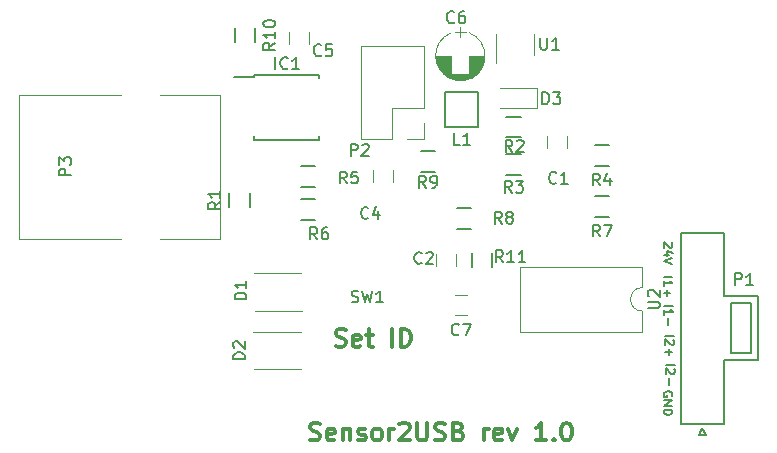
<source format=gbr>
G04 #@! TF.FileFunction,Legend,Top*
%FSLAX46Y46*%
G04 Gerber Fmt 4.6, Leading zero omitted, Abs format (unit mm)*
G04 Created by KiCad (PCBNEW 4.0.4-stable) date 01/28/17 21:45:27*
%MOMM*%
%LPD*%
G01*
G04 APERTURE LIST*
%ADD10C,0.100000*%
%ADD11C,0.300000*%
%ADD12C,0.187500*%
%ADD13C,0.150000*%
%ADD14C,0.120000*%
G04 APERTURE END LIST*
D10*
D11*
X129207693Y-149420663D02*
X129421979Y-149492091D01*
X129779122Y-149492091D01*
X129921979Y-149420663D01*
X129993408Y-149349234D01*
X130064836Y-149206377D01*
X130064836Y-149063520D01*
X129993408Y-148920663D01*
X129921979Y-148849234D01*
X129779122Y-148777806D01*
X129493408Y-148706377D01*
X129350550Y-148634949D01*
X129279122Y-148563520D01*
X129207693Y-148420663D01*
X129207693Y-148277806D01*
X129279122Y-148134949D01*
X129350550Y-148063520D01*
X129493408Y-147992091D01*
X129850550Y-147992091D01*
X130064836Y-148063520D01*
X131279121Y-149420663D02*
X131136264Y-149492091D01*
X130850550Y-149492091D01*
X130707693Y-149420663D01*
X130636264Y-149277806D01*
X130636264Y-148706377D01*
X130707693Y-148563520D01*
X130850550Y-148492091D01*
X131136264Y-148492091D01*
X131279121Y-148563520D01*
X131350550Y-148706377D01*
X131350550Y-148849234D01*
X130636264Y-148992091D01*
X131993407Y-148492091D02*
X131993407Y-149492091D01*
X131993407Y-148634949D02*
X132064835Y-148563520D01*
X132207693Y-148492091D01*
X132421978Y-148492091D01*
X132564835Y-148563520D01*
X132636264Y-148706377D01*
X132636264Y-149492091D01*
X133279121Y-149420663D02*
X133421978Y-149492091D01*
X133707693Y-149492091D01*
X133850550Y-149420663D01*
X133921978Y-149277806D01*
X133921978Y-149206377D01*
X133850550Y-149063520D01*
X133707693Y-148992091D01*
X133493407Y-148992091D01*
X133350550Y-148920663D01*
X133279121Y-148777806D01*
X133279121Y-148706377D01*
X133350550Y-148563520D01*
X133493407Y-148492091D01*
X133707693Y-148492091D01*
X133850550Y-148563520D01*
X134779122Y-149492091D02*
X134636264Y-149420663D01*
X134564836Y-149349234D01*
X134493407Y-149206377D01*
X134493407Y-148777806D01*
X134564836Y-148634949D01*
X134636264Y-148563520D01*
X134779122Y-148492091D01*
X134993407Y-148492091D01*
X135136264Y-148563520D01*
X135207693Y-148634949D01*
X135279122Y-148777806D01*
X135279122Y-149206377D01*
X135207693Y-149349234D01*
X135136264Y-149420663D01*
X134993407Y-149492091D01*
X134779122Y-149492091D01*
X135921979Y-149492091D02*
X135921979Y-148492091D01*
X135921979Y-148777806D02*
X135993407Y-148634949D01*
X136064836Y-148563520D01*
X136207693Y-148492091D01*
X136350550Y-148492091D01*
X136779121Y-148134949D02*
X136850550Y-148063520D01*
X136993407Y-147992091D01*
X137350550Y-147992091D01*
X137493407Y-148063520D01*
X137564836Y-148134949D01*
X137636264Y-148277806D01*
X137636264Y-148420663D01*
X137564836Y-148634949D01*
X136707693Y-149492091D01*
X137636264Y-149492091D01*
X138279121Y-147992091D02*
X138279121Y-149206377D01*
X138350549Y-149349234D01*
X138421978Y-149420663D01*
X138564835Y-149492091D01*
X138850549Y-149492091D01*
X138993407Y-149420663D01*
X139064835Y-149349234D01*
X139136264Y-149206377D01*
X139136264Y-147992091D01*
X139779121Y-149420663D02*
X139993407Y-149492091D01*
X140350550Y-149492091D01*
X140493407Y-149420663D01*
X140564836Y-149349234D01*
X140636264Y-149206377D01*
X140636264Y-149063520D01*
X140564836Y-148920663D01*
X140493407Y-148849234D01*
X140350550Y-148777806D01*
X140064836Y-148706377D01*
X139921978Y-148634949D01*
X139850550Y-148563520D01*
X139779121Y-148420663D01*
X139779121Y-148277806D01*
X139850550Y-148134949D01*
X139921978Y-148063520D01*
X140064836Y-147992091D01*
X140421978Y-147992091D01*
X140636264Y-148063520D01*
X141779121Y-148706377D02*
X141993407Y-148777806D01*
X142064835Y-148849234D01*
X142136264Y-148992091D01*
X142136264Y-149206377D01*
X142064835Y-149349234D01*
X141993407Y-149420663D01*
X141850549Y-149492091D01*
X141279121Y-149492091D01*
X141279121Y-147992091D01*
X141779121Y-147992091D01*
X141921978Y-148063520D01*
X141993407Y-148134949D01*
X142064835Y-148277806D01*
X142064835Y-148420663D01*
X141993407Y-148563520D01*
X141921978Y-148634949D01*
X141779121Y-148706377D01*
X141279121Y-148706377D01*
X143921978Y-149492091D02*
X143921978Y-148492091D01*
X143921978Y-148777806D02*
X143993406Y-148634949D01*
X144064835Y-148563520D01*
X144207692Y-148492091D01*
X144350549Y-148492091D01*
X145421977Y-149420663D02*
X145279120Y-149492091D01*
X144993406Y-149492091D01*
X144850549Y-149420663D01*
X144779120Y-149277806D01*
X144779120Y-148706377D01*
X144850549Y-148563520D01*
X144993406Y-148492091D01*
X145279120Y-148492091D01*
X145421977Y-148563520D01*
X145493406Y-148706377D01*
X145493406Y-148849234D01*
X144779120Y-148992091D01*
X145993406Y-148492091D02*
X146350549Y-149492091D01*
X146707691Y-148492091D01*
X149207691Y-149492091D02*
X148350548Y-149492091D01*
X148779120Y-149492091D02*
X148779120Y-147992091D01*
X148636263Y-148206377D01*
X148493405Y-148349234D01*
X148350548Y-148420663D01*
X149850548Y-149349234D02*
X149921976Y-149420663D01*
X149850548Y-149492091D01*
X149779119Y-149420663D01*
X149850548Y-149349234D01*
X149850548Y-149492091D01*
X150850548Y-147992091D02*
X150993405Y-147992091D01*
X151136262Y-148063520D01*
X151207691Y-148134949D01*
X151279120Y-148277806D01*
X151350548Y-148563520D01*
X151350548Y-148920663D01*
X151279120Y-149206377D01*
X151207691Y-149349234D01*
X151136262Y-149420663D01*
X150993405Y-149492091D01*
X150850548Y-149492091D01*
X150707691Y-149420663D01*
X150636262Y-149349234D01*
X150564834Y-149206377D01*
X150493405Y-148920663D01*
X150493405Y-148563520D01*
X150564834Y-148277806D01*
X150636262Y-148134949D01*
X150707691Y-148063520D01*
X150850548Y-147992091D01*
D12*
X159294634Y-140651491D02*
X160044634Y-140651491D01*
X159973206Y-140972920D02*
X160008920Y-141008634D01*
X160044634Y-141080063D01*
X160044634Y-141258634D01*
X160008920Y-141330063D01*
X159973206Y-141365777D01*
X159901777Y-141401492D01*
X159830349Y-141401492D01*
X159723206Y-141365777D01*
X159294634Y-140937206D01*
X159294634Y-141401492D01*
X159580349Y-141722920D02*
X159580349Y-142294349D01*
X159294634Y-142008635D02*
X159866063Y-142008635D01*
D11*
X131385549Y-141470463D02*
X131599835Y-141541891D01*
X131956978Y-141541891D01*
X132099835Y-141470463D01*
X132171264Y-141399034D01*
X132242692Y-141256177D01*
X132242692Y-141113320D01*
X132171264Y-140970463D01*
X132099835Y-140899034D01*
X131956978Y-140827606D01*
X131671264Y-140756177D01*
X131528406Y-140684749D01*
X131456978Y-140613320D01*
X131385549Y-140470463D01*
X131385549Y-140327606D01*
X131456978Y-140184749D01*
X131528406Y-140113320D01*
X131671264Y-140041891D01*
X132028406Y-140041891D01*
X132242692Y-140113320D01*
X133456977Y-141470463D02*
X133314120Y-141541891D01*
X133028406Y-141541891D01*
X132885549Y-141470463D01*
X132814120Y-141327606D01*
X132814120Y-140756177D01*
X132885549Y-140613320D01*
X133028406Y-140541891D01*
X133314120Y-140541891D01*
X133456977Y-140613320D01*
X133528406Y-140756177D01*
X133528406Y-140899034D01*
X132814120Y-141041891D01*
X133956977Y-140541891D02*
X134528406Y-140541891D01*
X134171263Y-140041891D02*
X134171263Y-141327606D01*
X134242691Y-141470463D01*
X134385549Y-141541891D01*
X134528406Y-141541891D01*
X136171263Y-141541891D02*
X136171263Y-140041891D01*
X136885549Y-141541891D02*
X136885549Y-140041891D01*
X137242692Y-140041891D01*
X137456977Y-140113320D01*
X137599835Y-140256177D01*
X137671263Y-140399034D01*
X137742692Y-140684749D01*
X137742692Y-140899034D01*
X137671263Y-141184749D01*
X137599835Y-141327606D01*
X137456977Y-141470463D01*
X137242692Y-141541891D01*
X136885549Y-141541891D01*
D12*
X159856520Y-145752892D02*
X159892234Y-145681463D01*
X159892234Y-145574320D01*
X159856520Y-145467177D01*
X159785091Y-145395749D01*
X159713663Y-145360034D01*
X159570806Y-145324320D01*
X159463663Y-145324320D01*
X159320806Y-145360034D01*
X159249377Y-145395749D01*
X159177949Y-145467177D01*
X159142234Y-145574320D01*
X159142234Y-145645749D01*
X159177949Y-145752892D01*
X159213663Y-145788606D01*
X159463663Y-145788606D01*
X159463663Y-145645749D01*
X159142234Y-146110034D02*
X159892234Y-146110034D01*
X159142234Y-146538606D01*
X159892234Y-146538606D01*
X159142234Y-146895748D02*
X159892234Y-146895748D01*
X159892234Y-147074320D01*
X159856520Y-147181463D01*
X159785091Y-147252891D01*
X159713663Y-147288606D01*
X159570806Y-147324320D01*
X159463663Y-147324320D01*
X159320806Y-147288606D01*
X159249377Y-147252891D01*
X159177949Y-147181463D01*
X159142234Y-147074320D01*
X159142234Y-146895748D01*
X159820806Y-132731463D02*
X159856520Y-132767177D01*
X159892234Y-132838606D01*
X159892234Y-133017177D01*
X159856520Y-133088606D01*
X159820806Y-133124320D01*
X159749377Y-133160035D01*
X159677949Y-133160035D01*
X159570806Y-133124320D01*
X159142234Y-132695749D01*
X159142234Y-133160035D01*
X159642234Y-133802892D02*
X159142234Y-133802892D01*
X159927949Y-133624321D02*
X159392234Y-133445749D01*
X159392234Y-133910035D01*
X159892234Y-134088607D02*
X159142234Y-134338607D01*
X159892234Y-134588607D01*
X159193034Y-138086091D02*
X159943034Y-138086091D01*
X159193034Y-138836092D02*
X159193034Y-138407520D01*
X159193034Y-138621806D02*
X159943034Y-138621806D01*
X159835891Y-138550377D01*
X159764463Y-138478949D01*
X159728749Y-138407520D01*
X159478749Y-139157520D02*
X159478749Y-139728949D01*
X159142234Y-135647691D02*
X159892234Y-135647691D01*
X159142234Y-136397692D02*
X159142234Y-135969120D01*
X159142234Y-136183406D02*
X159892234Y-136183406D01*
X159785091Y-136111977D01*
X159713663Y-136040549D01*
X159677949Y-135969120D01*
X159427949Y-136719120D02*
X159427949Y-137290549D01*
X159142234Y-137004835D02*
X159713663Y-137004835D01*
X159320034Y-143115291D02*
X160070034Y-143115291D01*
X159998606Y-143436720D02*
X160034320Y-143472434D01*
X160070034Y-143543863D01*
X160070034Y-143722434D01*
X160034320Y-143793863D01*
X159998606Y-143829577D01*
X159927177Y-143865292D01*
X159855749Y-143865292D01*
X159748606Y-143829577D01*
X159320034Y-143401006D01*
X159320034Y-143865292D01*
X159605749Y-144186720D02*
X159605749Y-144758149D01*
D13*
X160587920Y-139998120D02*
X160587920Y-148068120D01*
X160587920Y-148068120D02*
X164267920Y-148068120D01*
X164267920Y-148068120D02*
X164267920Y-142698120D01*
X164267920Y-142698120D02*
X167127920Y-142698120D01*
X167127920Y-142698120D02*
X167127920Y-139998120D01*
X160587920Y-139998120D02*
X160587920Y-131928120D01*
X160587920Y-131928120D02*
X164267920Y-131928120D01*
X164267920Y-131928120D02*
X164267920Y-137298120D01*
X164267920Y-137298120D02*
X167127920Y-137298120D01*
X167127920Y-137298120D02*
X167127920Y-139998120D01*
X164867920Y-142098120D02*
X166527920Y-142098120D01*
X166527920Y-142098120D02*
X166527920Y-137898120D01*
X166527920Y-137898120D02*
X164867920Y-137898120D01*
X164867920Y-137898120D02*
X164867920Y-142098120D01*
X162427920Y-148468120D02*
X162727920Y-149068120D01*
X162727920Y-149068120D02*
X162127920Y-149068120D01*
X162127920Y-149068120D02*
X162427920Y-148468120D01*
D14*
X157346000Y-138541000D02*
G75*
G02X157346000Y-136541000I0J1000000D01*
G01*
X157346000Y-136541000D02*
X157346000Y-134771000D01*
X157346000Y-134771000D02*
X146946000Y-134771000D01*
X146946000Y-134771000D02*
X146946000Y-140311000D01*
X146946000Y-140311000D02*
X157346000Y-140311000D01*
X157346000Y-140311000D02*
X157346000Y-138541000D01*
X128470320Y-135300920D02*
X124470320Y-135300920D01*
X128520320Y-138500920D02*
X124520320Y-138500920D01*
X128419520Y-140279320D02*
X124419520Y-140279320D01*
X128469520Y-143479320D02*
X124469520Y-143479320D01*
X148168000Y-116851000D02*
X148168000Y-115051000D01*
X144948000Y-115051000D02*
X144948000Y-117501000D01*
D13*
X153324000Y-124474000D02*
X154524000Y-124474000D01*
X154524000Y-126224000D02*
X153324000Y-126224000D01*
X153324000Y-128792000D02*
X154524000Y-128792000D01*
X154524000Y-130542000D02*
X153324000Y-130542000D01*
X141640000Y-129808000D02*
X142840000Y-129808000D01*
X142840000Y-131558000D02*
X141640000Y-131558000D01*
X138592000Y-124982000D02*
X139792000Y-124982000D01*
X139792000Y-126732000D02*
X138592000Y-126732000D01*
D14*
X150964000Y-124746640D02*
X150964000Y-123746640D01*
X149264000Y-123746640D02*
X149264000Y-124746640D01*
X141566000Y-134739000D02*
X141566000Y-133739000D01*
X139866000Y-133739000D02*
X139866000Y-134739000D01*
X136232000Y-127627000D02*
X136232000Y-126627000D01*
X134532000Y-126627000D02*
X134532000Y-127627000D01*
X129120000Y-115943000D02*
X129120000Y-114943000D01*
X127420000Y-114943000D02*
X127420000Y-115943000D01*
D13*
X124136120Y-128553920D02*
X124136120Y-129753920D01*
X122386120Y-129753920D02*
X122386120Y-128553920D01*
X147031000Y-123841480D02*
X145831000Y-123841480D01*
X145831000Y-122091480D02*
X147031000Y-122091480D01*
X145831000Y-125276640D02*
X147031000Y-125276640D01*
X147031000Y-127026640D02*
X145831000Y-127026640D01*
X128432000Y-126252000D02*
X129632000Y-126252000D01*
X129632000Y-128002000D02*
X128432000Y-128002000D01*
X128432000Y-129046000D02*
X129632000Y-129046000D01*
X129632000Y-130796000D02*
X128432000Y-130796000D01*
D14*
X142709209Y-118863881D02*
G75*
G03X142710120Y-114985525I-779089J1939361D01*
G01*
X141151031Y-118863881D02*
G75*
G02X141150120Y-114985525I779089J1939361D01*
G01*
X141151031Y-118863881D02*
G75*
G03X142710120Y-118863515I779089J1939361D01*
G01*
X141150120Y-116924520D02*
X139880120Y-116924520D01*
X143980120Y-116924520D02*
X142710120Y-116924520D01*
X143980120Y-116964520D02*
X142710120Y-116964520D01*
X141150120Y-116964520D02*
X139880120Y-116964520D01*
X143979120Y-117004520D02*
X142710120Y-117004520D01*
X141150120Y-117004520D02*
X139881120Y-117004520D01*
X143977120Y-117044520D02*
X142710120Y-117044520D01*
X141150120Y-117044520D02*
X139883120Y-117044520D01*
X143974120Y-117084520D02*
X142710120Y-117084520D01*
X141150120Y-117084520D02*
X139886120Y-117084520D01*
X143971120Y-117124520D02*
X142710120Y-117124520D01*
X141150120Y-117124520D02*
X139889120Y-117124520D01*
X143967120Y-117164520D02*
X142710120Y-117164520D01*
X141150120Y-117164520D02*
X139893120Y-117164520D01*
X143962120Y-117204520D02*
X142710120Y-117204520D01*
X141150120Y-117204520D02*
X139898120Y-117204520D01*
X143956120Y-117244520D02*
X142710120Y-117244520D01*
X141150120Y-117244520D02*
X139904120Y-117244520D01*
X143949120Y-117284520D02*
X142710120Y-117284520D01*
X141150120Y-117284520D02*
X139911120Y-117284520D01*
X143942120Y-117324520D02*
X142710120Y-117324520D01*
X141150120Y-117324520D02*
X139918120Y-117324520D01*
X143934120Y-117364520D02*
X142710120Y-117364520D01*
X141150120Y-117364520D02*
X139926120Y-117364520D01*
X143925120Y-117404520D02*
X142710120Y-117404520D01*
X141150120Y-117404520D02*
X139935120Y-117404520D01*
X143915120Y-117444520D02*
X142710120Y-117444520D01*
X141150120Y-117444520D02*
X139945120Y-117444520D01*
X143904120Y-117484520D02*
X142710120Y-117484520D01*
X141150120Y-117484520D02*
X139956120Y-117484520D01*
X143893120Y-117524520D02*
X142710120Y-117524520D01*
X141150120Y-117524520D02*
X139967120Y-117524520D01*
X143880120Y-117564520D02*
X142710120Y-117564520D01*
X141150120Y-117564520D02*
X139980120Y-117564520D01*
X143867120Y-117604520D02*
X142710120Y-117604520D01*
X141150120Y-117604520D02*
X139993120Y-117604520D01*
X143853120Y-117645520D02*
X142710120Y-117645520D01*
X141150120Y-117645520D02*
X140007120Y-117645520D01*
X143837120Y-117685520D02*
X142710120Y-117685520D01*
X141150120Y-117685520D02*
X140023120Y-117685520D01*
X143821120Y-117725520D02*
X142710120Y-117725520D01*
X141150120Y-117725520D02*
X140039120Y-117725520D01*
X143804120Y-117765520D02*
X142710120Y-117765520D01*
X141150120Y-117765520D02*
X140056120Y-117765520D01*
X143786120Y-117805520D02*
X142710120Y-117805520D01*
X141150120Y-117805520D02*
X140074120Y-117805520D01*
X143767120Y-117845520D02*
X142710120Y-117845520D01*
X141150120Y-117845520D02*
X140093120Y-117845520D01*
X143747120Y-117885520D02*
X142710120Y-117885520D01*
X141150120Y-117885520D02*
X140113120Y-117885520D01*
X143726120Y-117925520D02*
X142710120Y-117925520D01*
X141150120Y-117925520D02*
X140134120Y-117925520D01*
X143703120Y-117965520D02*
X142710120Y-117965520D01*
X141150120Y-117965520D02*
X140157120Y-117965520D01*
X143680120Y-118005520D02*
X142710120Y-118005520D01*
X141150120Y-118005520D02*
X140180120Y-118005520D01*
X143655120Y-118045520D02*
X142710120Y-118045520D01*
X141150120Y-118045520D02*
X140205120Y-118045520D01*
X143629120Y-118085520D02*
X142710120Y-118085520D01*
X141150120Y-118085520D02*
X140231120Y-118085520D01*
X143602120Y-118125520D02*
X142710120Y-118125520D01*
X141150120Y-118125520D02*
X140258120Y-118125520D01*
X143573120Y-118165520D02*
X142710120Y-118165520D01*
X141150120Y-118165520D02*
X140287120Y-118165520D01*
X143543120Y-118205520D02*
X142710120Y-118205520D01*
X141150120Y-118205520D02*
X140317120Y-118205520D01*
X143511120Y-118245520D02*
X142710120Y-118245520D01*
X141150120Y-118245520D02*
X140349120Y-118245520D01*
X143477120Y-118285520D02*
X142710120Y-118285520D01*
X141150120Y-118285520D02*
X140383120Y-118285520D01*
X143442120Y-118325520D02*
X142710120Y-118325520D01*
X141150120Y-118325520D02*
X140418120Y-118325520D01*
X143405120Y-118365520D02*
X142710120Y-118365520D01*
X141150120Y-118365520D02*
X140455120Y-118365520D01*
X143366120Y-118405520D02*
X142710120Y-118405520D01*
X141150120Y-118405520D02*
X140494120Y-118405520D01*
X143325120Y-118445520D02*
X142710120Y-118445520D01*
X141150120Y-118445520D02*
X140535120Y-118445520D01*
X143281120Y-118485520D02*
X140579120Y-118485520D01*
X143235120Y-118525520D02*
X140625120Y-118525520D01*
X143186120Y-118565520D02*
X140674120Y-118565520D01*
X143134120Y-118605520D02*
X140726120Y-118605520D01*
X143078120Y-118645520D02*
X140782120Y-118645520D01*
X143018120Y-118685520D02*
X140842120Y-118685520D01*
X142953120Y-118725520D02*
X140907120Y-118725520D01*
X142882120Y-118765520D02*
X140978120Y-118765520D01*
X142804120Y-118805520D02*
X141056120Y-118805520D01*
X142716120Y-118845520D02*
X141144120Y-118845520D01*
X142616120Y-118885520D02*
X141244120Y-118885520D01*
X142497120Y-118925520D02*
X141363120Y-118925520D01*
X142345120Y-118965520D02*
X141515120Y-118965520D01*
X142095120Y-119005520D02*
X141765120Y-119005520D01*
X141930120Y-114474520D02*
X141930120Y-115374520D01*
X142380120Y-114924520D02*
X141480120Y-114924520D01*
X148458000Y-121373000D02*
X148458000Y-119673000D01*
X148458000Y-119673000D02*
X145308000Y-119673000D01*
X148458000Y-121373000D02*
X145308000Y-121373000D01*
D13*
X122823000Y-115789000D02*
X122823000Y-114589000D01*
X124573000Y-114589000D02*
X124573000Y-115789000D01*
X124504000Y-118530000D02*
X124504000Y-118735000D01*
X130004000Y-118530000D02*
X130004000Y-118830000D01*
X130004000Y-124040000D02*
X130004000Y-123740000D01*
X124504000Y-124040000D02*
X124504000Y-123740000D01*
X124504000Y-118530000D02*
X130004000Y-118530000D01*
X124504000Y-124040000D02*
X130004000Y-124040000D01*
X124504000Y-118735000D02*
X122754000Y-118735000D01*
D14*
X141486000Y-138899000D02*
X142486000Y-138899000D01*
X142486000Y-137199000D02*
X141486000Y-137199000D01*
D13*
X142889000Y-134839000D02*
X142889000Y-133639000D01*
X144639000Y-133639000D02*
X144639000Y-134839000D01*
D14*
X113228120Y-120209120D02*
X104588120Y-120209120D01*
X121608120Y-120209120D02*
X116528120Y-120209120D01*
X113228120Y-132409120D02*
X104588120Y-132409120D01*
X121608120Y-132409120D02*
X116528120Y-132409120D01*
X104588120Y-132409120D02*
X104588120Y-120209120D01*
X121608120Y-120209120D02*
X121608120Y-132409120D01*
X138849720Y-121330720D02*
X138849720Y-116130720D01*
X138849720Y-116130720D02*
X133529720Y-116130720D01*
X133529720Y-116130720D02*
X133529720Y-123990720D01*
X133529720Y-123990720D02*
X136189720Y-123990720D01*
X136189720Y-123990720D02*
X136189720Y-121330720D01*
X136189720Y-121330720D02*
X138849720Y-121330720D01*
X138849720Y-122600720D02*
X138849720Y-123990720D01*
X138849720Y-123990720D02*
X137459720Y-123990720D01*
D13*
X143454120Y-122918220D02*
X143454120Y-119997220D01*
X143454120Y-119997220D02*
X140660120Y-119997220D01*
X140660120Y-119997220D02*
X140660120Y-122918220D01*
X140660120Y-122918220D02*
X143454120Y-122918220D01*
X165195025Y-136337301D02*
X165195025Y-135337301D01*
X165575978Y-135337301D01*
X165671216Y-135384920D01*
X165718835Y-135432539D01*
X165766454Y-135527777D01*
X165766454Y-135670634D01*
X165718835Y-135765872D01*
X165671216Y-135813491D01*
X165575978Y-135861110D01*
X165195025Y-135861110D01*
X166718835Y-136337301D02*
X166147406Y-136337301D01*
X166433120Y-136337301D02*
X166433120Y-135337301D01*
X166337882Y-135480158D01*
X166242644Y-135575396D01*
X166147406Y-135623015D01*
X157798381Y-138302905D02*
X158607905Y-138302905D01*
X158703143Y-138255286D01*
X158750762Y-138207667D01*
X158798381Y-138112429D01*
X158798381Y-137921952D01*
X158750762Y-137826714D01*
X158703143Y-137779095D01*
X158607905Y-137731476D01*
X157798381Y-137731476D01*
X157893619Y-137302905D02*
X157846000Y-137255286D01*
X157798381Y-137160048D01*
X157798381Y-136921952D01*
X157846000Y-136826714D01*
X157893619Y-136779095D01*
X157988857Y-136731476D01*
X158084095Y-136731476D01*
X158226952Y-136779095D01*
X158798381Y-137350524D01*
X158798381Y-136731476D01*
X123830341Y-137552655D02*
X122830341Y-137552655D01*
X122830341Y-137314560D01*
X122877960Y-137171702D01*
X122973198Y-137076464D01*
X123068436Y-137028845D01*
X123258912Y-136981226D01*
X123401770Y-136981226D01*
X123592246Y-137028845D01*
X123687484Y-137076464D01*
X123782722Y-137171702D01*
X123830341Y-137314560D01*
X123830341Y-137552655D01*
X123830341Y-136028845D02*
X123830341Y-136600274D01*
X123830341Y-136314560D02*
X122830341Y-136314560D01*
X122973198Y-136409798D01*
X123068436Y-136505036D01*
X123116055Y-136600274D01*
X123718581Y-142617415D02*
X122718581Y-142617415D01*
X122718581Y-142379320D01*
X122766200Y-142236462D01*
X122861438Y-142141224D01*
X122956676Y-142093605D01*
X123147152Y-142045986D01*
X123290010Y-142045986D01*
X123480486Y-142093605D01*
X123575724Y-142141224D01*
X123670962Y-142236462D01*
X123718581Y-142379320D01*
X123718581Y-142617415D01*
X122813819Y-141665034D02*
X122766200Y-141617415D01*
X122718581Y-141522177D01*
X122718581Y-141284081D01*
X122766200Y-141188843D01*
X122813819Y-141141224D01*
X122909057Y-141093605D01*
X123004295Y-141093605D01*
X123147152Y-141141224D01*
X123718581Y-141712653D01*
X123718581Y-141093605D01*
X148712015Y-115398301D02*
X148712015Y-116207825D01*
X148759634Y-116303063D01*
X148807253Y-116350682D01*
X148902491Y-116398301D01*
X149092968Y-116398301D01*
X149188206Y-116350682D01*
X149235825Y-116303063D01*
X149283444Y-116207825D01*
X149283444Y-115398301D01*
X150283444Y-116398301D02*
X149712015Y-116398301D01*
X149997729Y-116398301D02*
X149997729Y-115398301D01*
X149902491Y-115541158D01*
X149807253Y-115636396D01*
X149712015Y-115684015D01*
X153757334Y-127901381D02*
X153424000Y-127425190D01*
X153185905Y-127901381D02*
X153185905Y-126901381D01*
X153566858Y-126901381D01*
X153662096Y-126949000D01*
X153709715Y-126996619D01*
X153757334Y-127091857D01*
X153757334Y-127234714D01*
X153709715Y-127329952D01*
X153662096Y-127377571D01*
X153566858Y-127425190D01*
X153185905Y-127425190D01*
X154614477Y-127234714D02*
X154614477Y-127901381D01*
X154376381Y-126853762D02*
X154138286Y-127568048D01*
X154757334Y-127568048D01*
X153757334Y-132219381D02*
X153424000Y-131743190D01*
X153185905Y-132219381D02*
X153185905Y-131219381D01*
X153566858Y-131219381D01*
X153662096Y-131267000D01*
X153709715Y-131314619D01*
X153757334Y-131409857D01*
X153757334Y-131552714D01*
X153709715Y-131647952D01*
X153662096Y-131695571D01*
X153566858Y-131743190D01*
X153185905Y-131743190D01*
X154090667Y-131219381D02*
X154757334Y-131219381D01*
X154328762Y-132219381D01*
X145446454Y-131130301D02*
X145113120Y-130654110D01*
X144875025Y-131130301D02*
X144875025Y-130130301D01*
X145255978Y-130130301D01*
X145351216Y-130177920D01*
X145398835Y-130225539D01*
X145446454Y-130320777D01*
X145446454Y-130463634D01*
X145398835Y-130558872D01*
X145351216Y-130606491D01*
X145255978Y-130654110D01*
X144875025Y-130654110D01*
X146017882Y-130558872D02*
X145922644Y-130511253D01*
X145875025Y-130463634D01*
X145827406Y-130368396D01*
X145827406Y-130320777D01*
X145875025Y-130225539D01*
X145922644Y-130177920D01*
X146017882Y-130130301D01*
X146208359Y-130130301D01*
X146303597Y-130177920D01*
X146351216Y-130225539D01*
X146398835Y-130320777D01*
X146398835Y-130368396D01*
X146351216Y-130463634D01*
X146303597Y-130511253D01*
X146208359Y-130558872D01*
X146017882Y-130558872D01*
X145922644Y-130606491D01*
X145875025Y-130654110D01*
X145827406Y-130749349D01*
X145827406Y-130939825D01*
X145875025Y-131035063D01*
X145922644Y-131082682D01*
X146017882Y-131130301D01*
X146208359Y-131130301D01*
X146303597Y-131082682D01*
X146351216Y-131035063D01*
X146398835Y-130939825D01*
X146398835Y-130749349D01*
X146351216Y-130654110D01*
X146303597Y-130606491D01*
X146208359Y-130558872D01*
X139020254Y-128082301D02*
X138686920Y-127606110D01*
X138448825Y-128082301D02*
X138448825Y-127082301D01*
X138829778Y-127082301D01*
X138925016Y-127129920D01*
X138972635Y-127177539D01*
X139020254Y-127272777D01*
X139020254Y-127415634D01*
X138972635Y-127510872D01*
X138925016Y-127558491D01*
X138829778Y-127606110D01*
X138448825Y-127606110D01*
X139496444Y-128082301D02*
X139686920Y-128082301D01*
X139782159Y-128034682D01*
X139829778Y-127987063D01*
X139925016Y-127844206D01*
X139972635Y-127653730D01*
X139972635Y-127272777D01*
X139925016Y-127177539D01*
X139877397Y-127129920D01*
X139782159Y-127082301D01*
X139591682Y-127082301D01*
X139496444Y-127129920D01*
X139448825Y-127177539D01*
X139401206Y-127272777D01*
X139401206Y-127510872D01*
X139448825Y-127606110D01*
X139496444Y-127653730D01*
X139591682Y-127701349D01*
X139782159Y-127701349D01*
X139877397Y-127653730D01*
X139925016Y-127606110D01*
X139972635Y-127510872D01*
X150069254Y-127656863D02*
X150021635Y-127704482D01*
X149878778Y-127752101D01*
X149783540Y-127752101D01*
X149640682Y-127704482D01*
X149545444Y-127609244D01*
X149497825Y-127514006D01*
X149450206Y-127323530D01*
X149450206Y-127180672D01*
X149497825Y-126990196D01*
X149545444Y-126894958D01*
X149640682Y-126799720D01*
X149783540Y-126752101D01*
X149878778Y-126752101D01*
X150021635Y-126799720D01*
X150069254Y-126847339D01*
X151021635Y-127752101D02*
X150450206Y-127752101D01*
X150735920Y-127752101D02*
X150735920Y-126752101D01*
X150640682Y-126894958D01*
X150545444Y-126990196D01*
X150450206Y-127037815D01*
X138664654Y-134438663D02*
X138617035Y-134486282D01*
X138474178Y-134533901D01*
X138378940Y-134533901D01*
X138236082Y-134486282D01*
X138140844Y-134391044D01*
X138093225Y-134295806D01*
X138045606Y-134105330D01*
X138045606Y-133962472D01*
X138093225Y-133771996D01*
X138140844Y-133676758D01*
X138236082Y-133581520D01*
X138378940Y-133533901D01*
X138474178Y-133533901D01*
X138617035Y-133581520D01*
X138664654Y-133629139D01*
X139045606Y-133629139D02*
X139093225Y-133581520D01*
X139188463Y-133533901D01*
X139426559Y-133533901D01*
X139521797Y-133581520D01*
X139569416Y-133629139D01*
X139617035Y-133724377D01*
X139617035Y-133819615D01*
X139569416Y-133962472D01*
X138997987Y-134533901D01*
X139617035Y-134533901D01*
X134143454Y-130628663D02*
X134095835Y-130676282D01*
X133952978Y-130723901D01*
X133857740Y-130723901D01*
X133714882Y-130676282D01*
X133619644Y-130581044D01*
X133572025Y-130485806D01*
X133524406Y-130295330D01*
X133524406Y-130152472D01*
X133572025Y-129961996D01*
X133619644Y-129866758D01*
X133714882Y-129771520D01*
X133857740Y-129723901D01*
X133952978Y-129723901D01*
X134095835Y-129771520D01*
X134143454Y-129819139D01*
X135000597Y-130057234D02*
X135000597Y-130723901D01*
X134762501Y-129676282D02*
X134524406Y-130390568D01*
X135143454Y-130390568D01*
X130155654Y-116861863D02*
X130108035Y-116909482D01*
X129965178Y-116957101D01*
X129869940Y-116957101D01*
X129727082Y-116909482D01*
X129631844Y-116814244D01*
X129584225Y-116719006D01*
X129536606Y-116528530D01*
X129536606Y-116385672D01*
X129584225Y-116195196D01*
X129631844Y-116099958D01*
X129727082Y-116004720D01*
X129869940Y-115957101D01*
X129965178Y-115957101D01*
X130108035Y-116004720D01*
X130155654Y-116052339D01*
X131060416Y-115957101D02*
X130584225Y-115957101D01*
X130536606Y-116433291D01*
X130584225Y-116385672D01*
X130679463Y-116338053D01*
X130917559Y-116338053D01*
X131012797Y-116385672D01*
X131060416Y-116433291D01*
X131108035Y-116528530D01*
X131108035Y-116766625D01*
X131060416Y-116861863D01*
X131012797Y-116909482D01*
X130917559Y-116957101D01*
X130679463Y-116957101D01*
X130584225Y-116909482D01*
X130536606Y-116861863D01*
X121613501Y-129320586D02*
X121137310Y-129653920D01*
X121613501Y-129892015D02*
X120613501Y-129892015D01*
X120613501Y-129511062D01*
X120661120Y-129415824D01*
X120708739Y-129368205D01*
X120803977Y-129320586D01*
X120946834Y-129320586D01*
X121042072Y-129368205D01*
X121089691Y-129415824D01*
X121137310Y-129511062D01*
X121137310Y-129892015D01*
X121613501Y-128368205D02*
X121613501Y-128939634D01*
X121613501Y-128653920D02*
X120613501Y-128653920D01*
X120756358Y-128749158D01*
X120851596Y-128844396D01*
X120899215Y-128939634D01*
X146335454Y-125059701D02*
X146002120Y-124583510D01*
X145764025Y-125059701D02*
X145764025Y-124059701D01*
X146144978Y-124059701D01*
X146240216Y-124107320D01*
X146287835Y-124154939D01*
X146335454Y-124250177D01*
X146335454Y-124393034D01*
X146287835Y-124488272D01*
X146240216Y-124535891D01*
X146144978Y-124583510D01*
X145764025Y-124583510D01*
X146716406Y-124154939D02*
X146764025Y-124107320D01*
X146859263Y-124059701D01*
X147097359Y-124059701D01*
X147192597Y-124107320D01*
X147240216Y-124154939D01*
X147287835Y-124250177D01*
X147287835Y-124345415D01*
X147240216Y-124488272D01*
X146668787Y-125059701D01*
X147287835Y-125059701D01*
X146284654Y-128514101D02*
X145951320Y-128037910D01*
X145713225Y-128514101D02*
X145713225Y-127514101D01*
X146094178Y-127514101D01*
X146189416Y-127561720D01*
X146237035Y-127609339D01*
X146284654Y-127704577D01*
X146284654Y-127847434D01*
X146237035Y-127942672D01*
X146189416Y-127990291D01*
X146094178Y-128037910D01*
X145713225Y-128037910D01*
X146617987Y-127514101D02*
X147237035Y-127514101D01*
X146903701Y-127895053D01*
X147046559Y-127895053D01*
X147141797Y-127942672D01*
X147189416Y-127990291D01*
X147237035Y-128085530D01*
X147237035Y-128323625D01*
X147189416Y-128418863D01*
X147141797Y-128466482D01*
X147046559Y-128514101D01*
X146760844Y-128514101D01*
X146665606Y-128466482D01*
X146617987Y-128418863D01*
X132299414Y-127736861D02*
X131966080Y-127260670D01*
X131727985Y-127736861D02*
X131727985Y-126736861D01*
X132108938Y-126736861D01*
X132204176Y-126784480D01*
X132251795Y-126832099D01*
X132299414Y-126927337D01*
X132299414Y-127070194D01*
X132251795Y-127165432D01*
X132204176Y-127213051D01*
X132108938Y-127260670D01*
X131727985Y-127260670D01*
X133204176Y-126736861D02*
X132727985Y-126736861D01*
X132680366Y-127213051D01*
X132727985Y-127165432D01*
X132823223Y-127117813D01*
X133061319Y-127117813D01*
X133156557Y-127165432D01*
X133204176Y-127213051D01*
X133251795Y-127308290D01*
X133251795Y-127546385D01*
X133204176Y-127641623D01*
X133156557Y-127689242D01*
X133061319Y-127736861D01*
X132823223Y-127736861D01*
X132727985Y-127689242D01*
X132680366Y-127641623D01*
X129815294Y-132461261D02*
X129481960Y-131985070D01*
X129243865Y-132461261D02*
X129243865Y-131461261D01*
X129624818Y-131461261D01*
X129720056Y-131508880D01*
X129767675Y-131556499D01*
X129815294Y-131651737D01*
X129815294Y-131794594D01*
X129767675Y-131889832D01*
X129720056Y-131937451D01*
X129624818Y-131985070D01*
X129243865Y-131985070D01*
X130672437Y-131461261D02*
X130481960Y-131461261D01*
X130386722Y-131508880D01*
X130339103Y-131556499D01*
X130243865Y-131699356D01*
X130196246Y-131889832D01*
X130196246Y-132270785D01*
X130243865Y-132366023D01*
X130291484Y-132413642D01*
X130386722Y-132461261D01*
X130577199Y-132461261D01*
X130672437Y-132413642D01*
X130720056Y-132366023D01*
X130767675Y-132270785D01*
X130767675Y-132032690D01*
X130720056Y-131937451D01*
X130672437Y-131889832D01*
X130577199Y-131842213D01*
X130386722Y-131842213D01*
X130291484Y-131889832D01*
X130243865Y-131937451D01*
X130196246Y-132032690D01*
X141407854Y-114067863D02*
X141360235Y-114115482D01*
X141217378Y-114163101D01*
X141122140Y-114163101D01*
X140979282Y-114115482D01*
X140884044Y-114020244D01*
X140836425Y-113925006D01*
X140788806Y-113734530D01*
X140788806Y-113591672D01*
X140836425Y-113401196D01*
X140884044Y-113305958D01*
X140979282Y-113210720D01*
X141122140Y-113163101D01*
X141217378Y-113163101D01*
X141360235Y-113210720D01*
X141407854Y-113258339D01*
X142264997Y-113163101D02*
X142074520Y-113163101D01*
X141979282Y-113210720D01*
X141931663Y-113258339D01*
X141836425Y-113401196D01*
X141788806Y-113591672D01*
X141788806Y-113972625D01*
X141836425Y-114067863D01*
X141884044Y-114115482D01*
X141979282Y-114163101D01*
X142169759Y-114163101D01*
X142264997Y-114115482D01*
X142312616Y-114067863D01*
X142360235Y-113972625D01*
X142360235Y-113734530D01*
X142312616Y-113639291D01*
X142264997Y-113591672D01*
X142169759Y-113544053D01*
X141979282Y-113544053D01*
X141884044Y-113591672D01*
X141836425Y-113639291D01*
X141788806Y-113734530D01*
X148888225Y-121021101D02*
X148888225Y-120021101D01*
X149126320Y-120021101D01*
X149269178Y-120068720D01*
X149364416Y-120163958D01*
X149412035Y-120259196D01*
X149459654Y-120449672D01*
X149459654Y-120592530D01*
X149412035Y-120783006D01*
X149364416Y-120878244D01*
X149269178Y-120973482D01*
X149126320Y-121021101D01*
X148888225Y-121021101D01*
X149792987Y-120021101D02*
X150412035Y-120021101D01*
X150078701Y-120402053D01*
X150221559Y-120402053D01*
X150316797Y-120449672D01*
X150364416Y-120497291D01*
X150412035Y-120592530D01*
X150412035Y-120830625D01*
X150364416Y-120925863D01*
X150316797Y-120973482D01*
X150221559Y-121021101D01*
X149935844Y-121021101D01*
X149840606Y-120973482D01*
X149792987Y-120925863D01*
X126250381Y-115831857D02*
X125774190Y-116165191D01*
X126250381Y-116403286D02*
X125250381Y-116403286D01*
X125250381Y-116022333D01*
X125298000Y-115927095D01*
X125345619Y-115879476D01*
X125440857Y-115831857D01*
X125583714Y-115831857D01*
X125678952Y-115879476D01*
X125726571Y-115927095D01*
X125774190Y-116022333D01*
X125774190Y-116403286D01*
X126250381Y-114879476D02*
X126250381Y-115450905D01*
X126250381Y-115165191D02*
X125250381Y-115165191D01*
X125393238Y-115260429D01*
X125488476Y-115355667D01*
X125536095Y-115450905D01*
X125250381Y-114260429D02*
X125250381Y-114165190D01*
X125298000Y-114069952D01*
X125345619Y-114022333D01*
X125440857Y-113974714D01*
X125631333Y-113927095D01*
X125869429Y-113927095D01*
X126059905Y-113974714D01*
X126155143Y-114022333D01*
X126202762Y-114069952D01*
X126250381Y-114165190D01*
X126250381Y-114260429D01*
X126202762Y-114355667D01*
X126155143Y-114403286D01*
X126059905Y-114450905D01*
X125869429Y-114498524D01*
X125631333Y-114498524D01*
X125440857Y-114450905D01*
X125345619Y-114403286D01*
X125298000Y-114355667D01*
X125250381Y-114260429D01*
X126277810Y-118057381D02*
X126277810Y-117057381D01*
X127325429Y-117962143D02*
X127277810Y-118009762D01*
X127134953Y-118057381D01*
X127039715Y-118057381D01*
X126896857Y-118009762D01*
X126801619Y-117914524D01*
X126754000Y-117819286D01*
X126706381Y-117628810D01*
X126706381Y-117485952D01*
X126754000Y-117295476D01*
X126801619Y-117200238D01*
X126896857Y-117105000D01*
X127039715Y-117057381D01*
X127134953Y-117057381D01*
X127277810Y-117105000D01*
X127325429Y-117152619D01*
X128277810Y-118057381D02*
X127706381Y-118057381D01*
X127992095Y-118057381D02*
X127992095Y-117057381D01*
X127896857Y-117200238D01*
X127801619Y-117295476D01*
X127706381Y-117343095D01*
X141819334Y-140506143D02*
X141771715Y-140553762D01*
X141628858Y-140601381D01*
X141533620Y-140601381D01*
X141390762Y-140553762D01*
X141295524Y-140458524D01*
X141247905Y-140363286D01*
X141200286Y-140172810D01*
X141200286Y-140029952D01*
X141247905Y-139839476D01*
X141295524Y-139744238D01*
X141390762Y-139649000D01*
X141533620Y-139601381D01*
X141628858Y-139601381D01*
X141771715Y-139649000D01*
X141819334Y-139696619D01*
X142152667Y-139601381D02*
X142819334Y-139601381D01*
X142390762Y-140601381D01*
X145529063Y-134406901D02*
X145195729Y-133930710D01*
X144957634Y-134406901D02*
X144957634Y-133406901D01*
X145338587Y-133406901D01*
X145433825Y-133454520D01*
X145481444Y-133502139D01*
X145529063Y-133597377D01*
X145529063Y-133740234D01*
X145481444Y-133835472D01*
X145433825Y-133883091D01*
X145338587Y-133930710D01*
X144957634Y-133930710D01*
X146481444Y-134406901D02*
X145910015Y-134406901D01*
X146195729Y-134406901D02*
X146195729Y-133406901D01*
X146100491Y-133549758D01*
X146005253Y-133644996D01*
X145910015Y-133692615D01*
X147433825Y-134406901D02*
X146862396Y-134406901D01*
X147148110Y-134406901D02*
X147148110Y-133406901D01*
X147052872Y-133549758D01*
X146957634Y-133644996D01*
X146862396Y-133692615D01*
X132722787Y-137762882D02*
X132865644Y-137810501D01*
X133103740Y-137810501D01*
X133198978Y-137762882D01*
X133246597Y-137715263D01*
X133294216Y-137620025D01*
X133294216Y-137524787D01*
X133246597Y-137429549D01*
X133198978Y-137381930D01*
X133103740Y-137334310D01*
X132913263Y-137286691D01*
X132818025Y-137239072D01*
X132770406Y-137191453D01*
X132722787Y-137096215D01*
X132722787Y-137000977D01*
X132770406Y-136905739D01*
X132818025Y-136858120D01*
X132913263Y-136810501D01*
X133151359Y-136810501D01*
X133294216Y-136858120D01*
X133627549Y-136810501D02*
X133865644Y-137810501D01*
X134056121Y-137096215D01*
X134246597Y-137810501D01*
X134484692Y-136810501D01*
X135389454Y-137810501D02*
X134818025Y-137810501D01*
X135103739Y-137810501D02*
X135103739Y-136810501D01*
X135008501Y-136953358D01*
X134913263Y-137048596D01*
X134818025Y-137096215D01*
X108980501Y-127047215D02*
X107980501Y-127047215D01*
X107980501Y-126666262D01*
X108028120Y-126571024D01*
X108075739Y-126523405D01*
X108170977Y-126475786D01*
X108313834Y-126475786D01*
X108409072Y-126523405D01*
X108456691Y-126571024D01*
X108504310Y-126666262D01*
X108504310Y-127047215D01*
X107980501Y-126142453D02*
X107980501Y-125523405D01*
X108361453Y-125856739D01*
X108361453Y-125713881D01*
X108409072Y-125618643D01*
X108456691Y-125571024D01*
X108551930Y-125523405D01*
X108790025Y-125523405D01*
X108885263Y-125571024D01*
X108932882Y-125618643D01*
X108980501Y-125713881D01*
X108980501Y-125999596D01*
X108932882Y-126094834D01*
X108885263Y-126142453D01*
X132657625Y-125389901D02*
X132657625Y-124389901D01*
X133038578Y-124389901D01*
X133133816Y-124437520D01*
X133181435Y-124485139D01*
X133229054Y-124580377D01*
X133229054Y-124723234D01*
X133181435Y-124818472D01*
X133133816Y-124866091D01*
X133038578Y-124913710D01*
X132657625Y-124913710D01*
X133610006Y-124485139D02*
X133657625Y-124437520D01*
X133752863Y-124389901D01*
X133990959Y-124389901D01*
X134086197Y-124437520D01*
X134133816Y-124485139D01*
X134181435Y-124580377D01*
X134181435Y-124675615D01*
X134133816Y-124818472D01*
X133562387Y-125389901D01*
X134181435Y-125389901D01*
X141915854Y-124450101D02*
X141439663Y-124450101D01*
X141439663Y-123450101D01*
X142772997Y-124450101D02*
X142201568Y-124450101D01*
X142487282Y-124450101D02*
X142487282Y-123450101D01*
X142392044Y-123592958D01*
X142296806Y-123688196D01*
X142201568Y-123735815D01*
M02*

</source>
